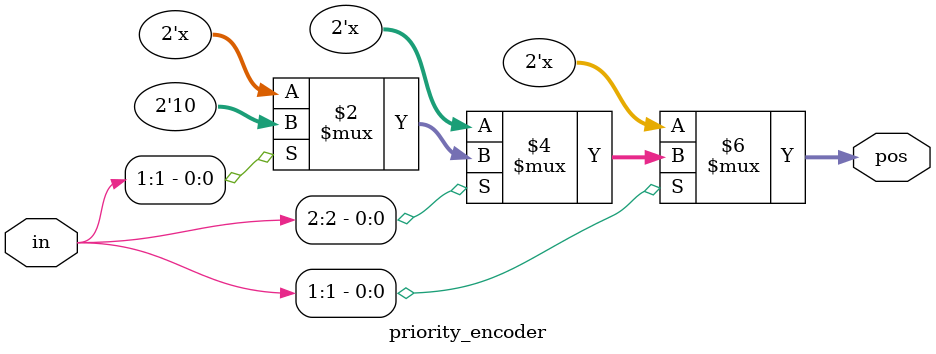
<source format=v>
module priority_encoder( 
input [2:0] in,
output reg [1:0] pos ); 
// When sel=1, assign b to out
always@(*)

casex(in)

3'bx0z : pos=2'bxx; 

3'b0xz : pos=2'bxx; 

3'bx1z : pos=2'b10;

3'b1xz: pos=2'b01;

3'bxz1 : pos=2'b00;

default : pos=2'b00; 

endcase

endmodule

</source>
